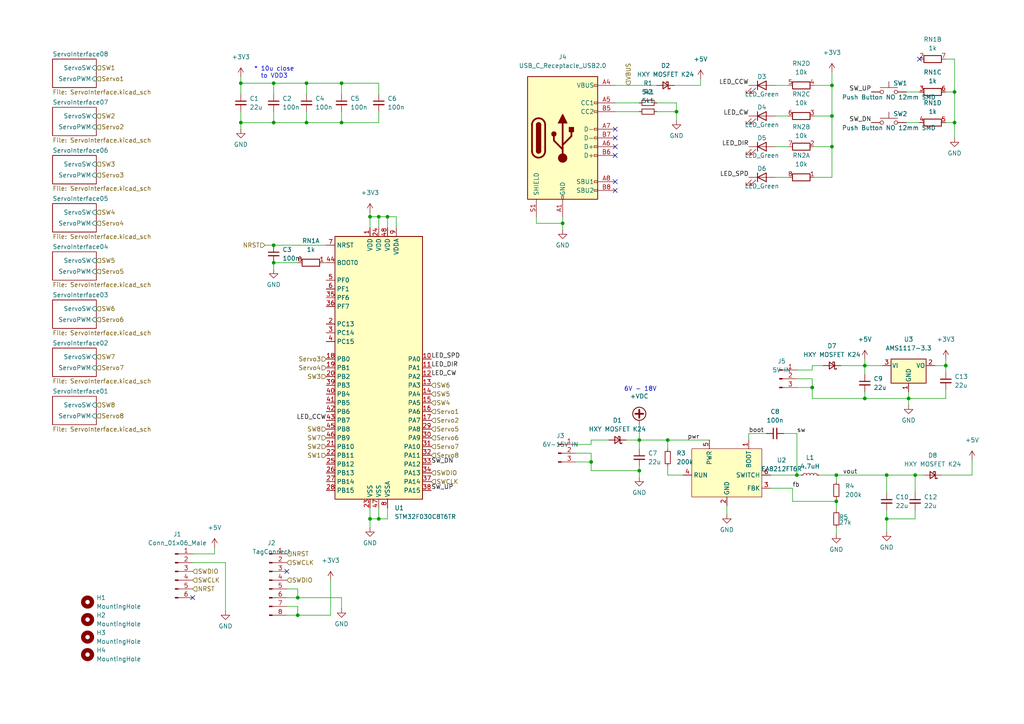
<source format=kicad_sch>
(kicad_sch (version 20211123) (generator eeschema)
  (paper "A4")
  (lib_symbols
    (symbol "Connector:Conn_01x03_Male" (pin_names (offset 1.016) hide)
      (property "Reference" "J" (at 0 5.08 0))
      (property "Value" "Conn_01x03_Male" (at 0 -5.08 0))
      (symbol "Conn_01x03_Male_1_1"
        (polyline (pts (xy 1.27 -2.54) (xy 0.8636 -2.54)) (stroke (width 0.1524)))
        (polyline (pts (xy 1.27 0) (xy 0.8636 0)) (stroke (width 0.1524)))
        (polyline (pts (xy 1.27 2.54) (xy 0.8636 2.54)) (stroke (width 0.1524)))
        (rectangle (start 0.8636 -2.413) (end 0 -2.667) (stroke (width 0.1524)) (fill (type outline)))
        (rectangle (start 0.8636 0.127) (end 0 -0.127) (stroke (width 0.1524)) (fill (type outline)))
        (rectangle (start 0.8636 2.667) (end 0 2.413) (stroke (width 0.1524)) (fill (type outline)))
        (pin passive line (at 5.08 2.54 180) (length 3.81) (name "Pin_1") (number "1"))
        (pin passive line (at 5.08 0 180) (length 3.81) (name "Pin_2") (number "2"))
        (pin passive line (at 5.08 -2.54 180) (length 3.81) (name "Pin_3") (number "3"))
      )
    )
    (symbol "Connector:Conn_01x06_Male" (pin_names (offset 1.016) hide)
      (property "Reference" "J" (at 0 7.62 0))
      (property "Value" "Conn_01x06_Male" (at 0 -10.16 0))
      (symbol "Conn_01x06_Male_1_1"
        (polyline (pts (xy 1.27 -7.62) (xy 0.8636 -7.62)) (stroke (width 0.1524)))
        (polyline (pts (xy 1.27 -5.08) (xy 0.8636 -5.08)) (stroke (width 0.1524)))
        (polyline (pts (xy 1.27 -2.54) (xy 0.8636 -2.54)) (stroke (width 0.1524)))
        (polyline (pts (xy 1.27 0) (xy 0.8636 0)) (stroke (width 0.1524)))
        (polyline (pts (xy 1.27 2.54) (xy 0.8636 2.54)) (stroke (width 0.1524)))
        (polyline (pts (xy 1.27 5.08) (xy 0.8636 5.08)) (stroke (width 0.1524)))
        (rectangle (start 0.8636 -7.493) (end 0 -7.747) (stroke (width 0.1524)) (fill (type outline)))
        (rectangle (start 0.8636 -4.953) (end 0 -5.207) (stroke (width 0.1524)) (fill (type outline)))
        (rectangle (start 0.8636 -2.413) (end 0 -2.667) (stroke (width 0.1524)) (fill (type outline)))
        (rectangle (start 0.8636 0.127) (end 0 -0.127) (stroke (width 0.1524)) (fill (type outline)))
        (rectangle (start 0.8636 2.667) (end 0 2.413) (stroke (width 0.1524)) (fill (type outline)))
        (rectangle (start 0.8636 5.207) (end 0 4.953) (stroke (width 0.1524)) (fill (type outline)))
        (pin passive line (at 5.08 5.08 180) (length 3.81) (name "Pin_1") (number "1"))
        (pin passive line (at 5.08 2.54 180) (length 3.81) (name "Pin_2") (number "2"))
        (pin passive line (at 5.08 0 180) (length 3.81) (name "Pin_3") (number "3"))
        (pin passive line (at 5.08 -2.54 180) (length 3.81) (name "Pin_4") (number "4"))
        (pin passive line (at 5.08 -5.08 180) (length 3.81) (name "Pin_5") (number "5"))
        (pin passive line (at 5.08 -7.62 180) (length 3.81) (name "Pin_6") (number "6"))
      )
    )
    (symbol "Connector:Conn_01x08_Male" (pin_names (offset 1.016) hide)
      (property "Reference" "J" (at 0 10.16 0))
      (property "Value" "Conn_01x08_Male" (at 0 -12.7 0))
      (symbol "Conn_01x08_Male_1_1"
        (polyline (pts (xy 1.27 -10.16) (xy 0.8636 -10.16)) (stroke (width 0.1524)))
        (polyline (pts (xy 1.27 -7.62) (xy 0.8636 -7.62)) (stroke (width 0.1524)))
        (polyline (pts (xy 1.27 -5.08) (xy 0.8636 -5.08)) (stroke (width 0.1524)))
        (polyline (pts (xy 1.27 -2.54) (xy 0.8636 -2.54)) (stroke (width 0.1524)))
        (polyline (pts (xy 1.27 0) (xy 0.8636 0)) (stroke (width 0.1524)))
        (polyline (pts (xy 1.27 2.54) (xy 0.8636 2.54)) (stroke (width 0.1524)))
        (polyline (pts (xy 1.27 5.08) (xy 0.8636 5.08)) (stroke (width 0.1524)))
        (polyline (pts (xy 1.27 7.62) (xy 0.8636 7.62)) (stroke (width 0.1524)))
        (rectangle (start 0.8636 -10.033) (end 0 -10.287) (stroke (width 0.1524)) (fill (type outline)))
        (rectangle (start 0.8636 -7.493) (end 0 -7.747) (stroke (width 0.1524)) (fill (type outline)))
        (rectangle (start 0.8636 -4.953) (end 0 -5.207) (stroke (width 0.1524)) (fill (type outline)))
        (rectangle (start 0.8636 -2.413) (end 0 -2.667) (stroke (width 0.1524)) (fill (type outline)))
        (rectangle (start 0.8636 0.127) (end 0 -0.127) (stroke (width 0.1524)) (fill (type outline)))
        (rectangle (start 0.8636 2.667) (end 0 2.413) (stroke (width 0.1524)) (fill (type outline)))
        (rectangle (start 0.8636 5.207) (end 0 4.953) (stroke (width 0.1524)) (fill (type outline)))
        (rectangle (start 0.8636 7.747) (end 0 7.493) (stroke (width 0.1524)) (fill (type outline)))
        (pin passive line (at 5.08 7.62 180) (length 3.81) (name "Pin_1") (number "1"))
        (pin passive line (at 5.08 5.08 180) (length 3.81) (name "Pin_2") (number "2"))
        (pin passive line (at 5.08 2.54 180) (length 3.81) (name "Pin_3") (number "3"))
        (pin passive line (at 5.08 0 180) (length 3.81) (name "Pin_4") (number "4"))
        (pin passive line (at 5.08 -2.54 180) (length 3.81) (name "Pin_5") (number "5"))
        (pin passive line (at 5.08 -5.08 180) (length 3.81) (name "Pin_6") (number "6"))
        (pin passive line (at 5.08 -7.62 180) (length 3.81) (name "Pin_7") (number "7"))
        (pin passive line (at 5.08 -10.16 180) (length 3.81) (name "Pin_8") (number "8"))
      )
    )
    (symbol "Connector:USB_C_Receptacle_USB2.0" (pin_names (offset 1.016))
      (property "Reference" "J" (at -10.16 19.05 0))
      (property "Value" "USB_C_Receptacle_USB2.0" (at 19.05 19.05 0))
      (symbol "USB_C_Receptacle_USB2.0_0_0"
        (rectangle (start -0.254 -17.78) (end 0.254 -16.764))
        (rectangle (start 10.16 -14.986) (end 9.144 -15.494))
        (rectangle (start 10.16 -12.446) (end 9.144 -12.954))
        (rectangle (start 10.16 -4.826) (end 9.144 -5.334))
        (rectangle (start 10.16 -2.286) (end 9.144 -2.794))
        (rectangle (start 10.16 0.254) (end 9.144 -0.254))
        (rectangle (start 10.16 2.794) (end 9.144 2.286))
        (rectangle (start 10.16 7.874) (end 9.144 7.366))
        (rectangle (start 10.16 10.414) (end 9.144 9.906))
        (rectangle (start 10.16 15.494) (end 9.144 14.986))
      )
      (symbol "USB_C_Receptacle_USB2.0_0_1"
        (rectangle (start -10.16 17.78) (end 10.16 -17.78) (stroke (width 0.254)) (fill (type background)))
        (arc (start -8.89 -3.81) (mid -6.985 -5.715) (end -5.08 -3.81) (stroke (width 0.508)))
        (arc (start -7.62 -3.81) (mid -6.985 -4.445) (end -6.35 -3.81) (stroke (width 0.254)))
        (arc (start -7.62 -3.81) (mid -6.985 -4.445) (end -6.35 -3.81) (stroke (width 0.254)) (fill (type outline)))
        (rectangle (start -7.62 -3.81) (end -6.35 3.81) (stroke (width 0.254)) (fill (type outline)))
        (arc (start -6.35 3.81) (mid -6.985 4.445) (end -7.62 3.81) (stroke (width 0.254)))
        (arc (start -6.35 3.81) (mid -6.985 4.445) (end -7.62 3.81) (stroke (width 0.254)) (fill (type outline)))
        (arc (start -5.08 3.81) (mid -6.985 5.715) (end -8.89 3.81) (stroke (width 0.508)))
        (circle (center -2.54 1.143) (radius 0.635) (stroke (width 0.254)) (fill (type outline)))
        (circle (center 0 -5.842) (radius 1.27) (fill (type outline)))
        (polyline (pts (xy -8.89 -3.81) (xy -8.89 3.81)) (stroke (width 0.508)))
        (polyline (pts (xy -5.08 3.81) (xy -5.08 -3.81)) (stroke (width 0.508)))
        (polyline (pts (xy 0 -5.842) (xy 0 4.318)) (stroke (width 0.508)))
        (polyline (pts (xy 0 -3.302) (xy -2.54 -0.762) (xy -2.54 0.508)) (stroke (width 0.508)))
        (polyline (pts (xy 0 -2.032) (xy 2.54 0.508) (xy 2.54 1.778)) (stroke (width 0.508)))
        (polyline (pts (xy -1.27 4.318) (xy 0 6.858) (xy 1.27 4.318) (xy -1.27 4.318)) (stroke (width 0.254)) (fill (type outline)))
        (rectangle (start 1.905 1.778) (end 3.175 3.048) (stroke (width 0.254)) (fill (type outline)))
      )
      (symbol "USB_C_Receptacle_USB2.0_1_1"
        (pin passive line (at 0 -22.86 90) (length 5.08) (name "GND") (number "A1"))
        (pin passive line (at 0 -22.86 90) (length 5.08) hide (name "GND") (number "A12"))
        (pin passive line (at 15.24 15.24 180) (length 5.08) (name "VBUS") (number "A4"))
        (pin bidirectional line (at 15.24 10.16 180) (length 5.08) (name "CC1") (number "A5"))
        (pin bidirectional line (at 15.24 -2.54 180) (length 5.08) (name "D+") (number "A6"))
        (pin bidirectional line (at 15.24 2.54 180) (length 5.08) (name "D-") (number "A7"))
        (pin bidirectional line (at 15.24 -12.7 180) (length 5.08) (name "SBU1") (number "A8"))
        (pin passive line (at 15.24 15.24 180) (length 5.08) hide (name "VBUS") (number "A9"))
        (pin passive line (at 0 -22.86 90) (length 5.08) hide (name "GND") (number "B1"))
        (pin passive line (at 0 -22.86 90) (length 5.08) hide (name "GND") (number "B12"))
        (pin passive line (at 15.24 15.24 180) (length 5.08) hide (name "VBUS") (number "B4"))
        (pin bidirectional line (at 15.24 7.62 180) (length 5.08) (name "CC2") (number "B5"))
        (pin bidirectional line (at 15.24 -5.08 180) (length 5.08) (name "D+") (number "B6"))
        (pin bidirectional line (at 15.24 0 180) (length 5.08) (name "D-") (number "B7"))
        (pin bidirectional line (at 15.24 -15.24 180) (length 5.08) (name "SBU2") (number "B8"))
        (pin passive line (at 15.24 15.24 180) (length 5.08) hide (name "VBUS") (number "B9"))
        (pin passive line (at -7.62 -22.86 90) (length 5.08) (name "SHIELD") (number "S1"))
      )
    )
    (symbol "Device:C_Small" (pin_numbers hide) (pin_names (offset 0.254) hide)
      (property "Reference" "C" (at 0.254 1.778 0))
      (property "Value" "C_Small" (at 0.254 -2.032 0))
      (symbol "C_Small_0_1"
        (polyline (pts (xy -1.524 -0.508) (xy 1.524 -0.508)) (stroke (width 0.3302)))
        (polyline (pts (xy -1.524 0.508) (xy 1.524 0.508)) (stroke (width 0.3048)))
      )
      (symbol "C_Small_1_1"
        (pin passive line (at 0 2.54 270) (length 2.032) (name "~") (number "1"))
        (pin passive line (at 0 -2.54 90) (length 2.032) (name "~") (number "2"))
      )
    )
    (symbol "Device:D_Schottky_Small" (pin_numbers hide) (pin_names (offset 0.254) hide)
      (property "Reference" "D" (at -1.27 2.032 0))
      (property "Value" "D_Schottky_Small" (at -7.112 -2.032 0))
      (symbol "D_Schottky_Small_0_1"
        (polyline (pts (xy -0.762 0) (xy 0.762 0)))
        (polyline (pts (xy 0.762 -1.016) (xy -0.762 0) (xy 0.762 1.016) (xy 0.762 -1.016)) (stroke (width 0.254)))
        (polyline (pts (xy -1.27 0.762) (xy -1.27 1.016) (xy -0.762 1.016) (xy -0.762 -1.016) (xy -0.254 -1.016) (xy -0.254 -0.762)) (stroke (width 0.254)))
      )
      (symbol "D_Schottky_Small_1_1"
        (pin passive line (at -2.54 0 0) (length 1.778) (name "K") (number "1"))
        (pin passive line (at 2.54 0 180) (length 1.778) (name "A") (number "2"))
      )
    )
    (symbol "Device:LED" (pin_numbers hide) (pin_names (offset 1.016) hide)
      (property "Reference" "D" (at 0 2.54 0))
      (property "Value" "LED" (at 0 -2.54 0))
      (symbol "LED_0_1"
        (polyline (pts (xy -1.27 -1.27) (xy -1.27 1.27)) (stroke (width 0.254)))
        (polyline (pts (xy -1.27 0) (xy 1.27 0)))
        (polyline (pts (xy 1.27 -1.27) (xy 1.27 1.27) (xy -1.27 0) (xy 1.27 -1.27)) (stroke (width 0.254)))
        (polyline (pts (xy -3.048 -0.762) (xy -4.572 -2.286) (xy -3.81 -2.286) (xy -4.572 -2.286) (xy -4.572 -1.524)))
        (polyline (pts (xy -1.778 -0.762) (xy -3.302 -2.286) (xy -2.54 -2.286) (xy -3.302 -2.286) (xy -3.302 -1.524)))
      )
      (symbol "LED_1_1"
        (pin passive line (at -3.81 0 0) (length 2.54) (name "K") (number "1"))
        (pin passive line (at 3.81 0 180) (length 2.54) (name "A") (number "2"))
      )
    )
    (symbol "Device:L_Small" (pin_numbers hide) (pin_names (offset 0.254) hide)
      (property "Reference" "L" (at 0.762 1.016 0))
      (property "Value" "L_Small" (at 0.762 -1.016 0))
      (symbol "L_Small_0_1"
        (arc (start 0 -2.032) (mid 0.508 -1.524) (end 0 -1.016))
        (arc (start 0 -1.016) (mid 0.508 -0.508) (end 0 0))
        (arc (start 0 0) (mid 0.508 0.508) (end 0 1.016))
        (arc (start 0 1.016) (mid 0.508 1.524) (end 0 2.032))
      )
      (symbol "L_Small_1_1"
        (pin passive line (at 0 2.54 270) (length 0.508) (name "~") (number "1"))
        (pin passive line (at 0 -2.54 90) (length 0.508) (name "~") (number "2"))
      )
    )
    (symbol "Device:R_Pack04_Split" (pin_names (offset 0) hide)
      (property "Reference" "RN" (at 2.032 0 90))
      (property "Value" "R_Pack04_Split" (at 0 0 90))
      (symbol "R_Pack04_Split_0_1"
        (rectangle (start 1.016 2.54) (end -1.016 -2.54) (stroke (width 0.254)))
      )
      (symbol "R_Pack04_Split_1_1"
        (pin passive line (at 0 -3.81 90) (length 1.27) (name "R1.1") (number "1"))
        (pin passive line (at 0 3.81 270) (length 1.27) (name "R1.2") (number "8"))
      )
      (symbol "R_Pack04_Split_2_1"
        (pin passive line (at 0 -3.81 90) (length 1.27) (name "R2.1") (number "2"))
        (pin passive line (at 0 3.81 270) (length 1.27) (name "R2.2") (number "7"))
      )
      (symbol "R_Pack04_Split_3_1"
        (pin passive line (at 0 -3.81 90) (length 1.27) (name "R3.1") (number "3"))
        (pin passive line (at 0 3.81 270) (length 1.27) (name "R3.2") (number "6"))
      )
      (symbol "R_Pack04_Split_4_1"
        (pin passive line (at 0 -3.81 90) (length 1.27) (name "R4.1") (number "4"))
        (pin passive line (at 0 3.81 270) (length 1.27) (name "R4.2") (number "5"))
      )
    )
    (symbol "Device:R_Small" (pin_numbers hide) (pin_names (offset 0.254) hide)
      (property "Reference" "R" (at 0.762 0.508 0))
      (property "Value" "R_Small" (at 0.762 -1.016 0))
      (symbol "R_Small_0_1"
        (rectangle (start -0.762 1.778) (end 0.762 -1.778) (stroke (width 0.2032)))
      )
      (symbol "R_Small_1_1"
        (pin passive line (at 0 2.54 270) (length 0.762) (name "~") (number "1"))
        (pin passive line (at 0 -2.54 90) (length 0.762) (name "~") (number "2"))
      )
    )
    (symbol "MCU_ST_STM32F0:STM32F030C8Tx"
      (property "Reference" "U" (at -12.7 39.37 0))
      (property "Value" "STM32F030C8Tx" (at 7.62 39.37 0))
      (symbol "STM32F030C8Tx_0_1"
        (rectangle (start -12.7 -38.1) (end 12.7 38.1) (stroke (width 0.254)) (fill (type background)))
      )
      (symbol "STM32F030C8Tx_1_1"
        (pin power_in line (at -2.54 40.64 270) (length 2.54) (name "VDD") (number "1"))
        (pin bidirectional line (at 15.24 2.54 180) (length 2.54) (name "PA0") (number "10"))
        (pin bidirectional line (at 15.24 0 180) (length 2.54) (name "PA1") (number "11"))
        (pin bidirectional line (at 15.24 -2.54 180) (length 2.54) (name "PA2") (number "12"))
        (pin bidirectional line (at 15.24 -5.08 180) (length 2.54) (name "PA3") (number "13"))
        (pin bidirectional line (at 15.24 -7.62 180) (length 2.54) (name "PA4") (number "14"))
        (pin bidirectional line (at 15.24 -10.16 180) (length 2.54) (name "PA5") (number "15"))
        (pin bidirectional line (at 15.24 -12.7 180) (length 2.54) (name "PA6") (number "16"))
        (pin bidirectional line (at 15.24 -15.24 180) (length 2.54) (name "PA7") (number "17"))
        (pin bidirectional line (at -15.24 2.54 0) (length 2.54) (name "PB0") (number "18"))
        (pin bidirectional line (at -15.24 0 0) (length 2.54) (name "PB1") (number "19"))
        (pin bidirectional line (at -15.24 12.7 0) (length 2.54) (name "PC13") (number "2"))
        (pin bidirectional line (at -15.24 -2.54 0) (length 2.54) (name "PB2") (number "20"))
        (pin bidirectional line (at -15.24 -22.86 0) (length 2.54) (name "PB10") (number "21"))
        (pin bidirectional line (at -15.24 -25.4 0) (length 2.54) (name "PB11") (number "22"))
        (pin power_in line (at -2.54 -40.64 90) (length 2.54) (name "VSS") (number "23"))
        (pin power_in line (at 0 40.64 270) (length 2.54) (name "VDD") (number "24"))
        (pin bidirectional line (at -15.24 -27.94 0) (length 2.54) (name "PB12") (number "25"))
        (pin bidirectional line (at -15.24 -30.48 0) (length 2.54) (name "PB13") (number "26"))
        (pin bidirectional line (at -15.24 -33.02 0) (length 2.54) (name "PB14") (number "27"))
        (pin bidirectional line (at -15.24 -35.56 0) (length 2.54) (name "PB15") (number "28"))
        (pin bidirectional line (at 15.24 -17.78 180) (length 2.54) (name "PA8") (number "29"))
        (pin bidirectional line (at -15.24 10.16 0) (length 2.54) (name "PC14") (number "3"))
        (pin bidirectional line (at 15.24 -20.32 180) (length 2.54) (name "PA9") (number "30"))
        (pin bidirectional line (at 15.24 -22.86 180) (length 2.54) (name "PA10") (number "31"))
        (pin bidirectional line (at 15.24 -25.4 180) (length 2.54) (name "PA11") (number "32"))
        (pin bidirectional line (at 15.24 -27.94 180) (length 2.54) (name "PA12") (number "33"))
        (pin bidirectional line (at 15.24 -30.48 180) (length 2.54) (name "PA13") (number "34"))
        (pin bidirectional line (at -15.24 20.32 0) (length 2.54) (name "PF6") (number "35"))
        (pin bidirectional line (at -15.24 17.78 0) (length 2.54) (name "PF7") (number "36"))
        (pin bidirectional line (at 15.24 -33.02 180) (length 2.54) (name "PA14") (number "37"))
        (pin bidirectional line (at 15.24 -35.56 180) (length 2.54) (name "PA15") (number "38"))
        (pin bidirectional line (at -15.24 -5.08 0) (length 2.54) (name "PB3") (number "39"))
        (pin bidirectional line (at -15.24 7.62 0) (length 2.54) (name "PC15") (number "4"))
        (pin bidirectional line (at -15.24 -7.62 0) (length 2.54) (name "PB4") (number "40"))
        (pin bidirectional line (at -15.24 -10.16 0) (length 2.54) (name "PB5") (number "41"))
        (pin bidirectional line (at -15.24 -12.7 0) (length 2.54) (name "PB6") (number "42"))
        (pin bidirectional line (at -15.24 -15.24 0) (length 2.54) (name "PB7") (number "43"))
        (pin input line (at -15.24 30.48 0) (length 2.54) (name "BOOT0") (number "44"))
        (pin bidirectional line (at -15.24 -17.78 0) (length 2.54) (name "PB8") (number "45"))
        (pin bidirectional line (at -15.24 -20.32 0) (length 2.54) (name "PB9") (number "46"))
        (pin power_in line (at 0 -40.64 90) (length 2.54) (name "VSS") (number "47"))
        (pin power_in line (at 2.54 40.64 270) (length 2.54) (name "VDD") (number "48"))
        (pin input line (at -15.24 25.4 0) (length 2.54) (name "PF0") (number "5"))
        (pin input line (at -15.24 22.86 0) (length 2.54) (name "PF1") (number "6"))
        (pin input line (at -15.24 35.56 0) (length 2.54) (name "NRST") (number "7"))
        (pin power_in line (at 2.54 -40.64 90) (length 2.54) (name "VSSA") (number "8"))
        (pin power_in line (at 5.08 40.64 270) (length 2.54) (name "VDDA") (number "9"))
      )
    )
    (symbol "Mechanical:MountingHole" (pin_names (offset 1.016))
      (property "Reference" "H" (at 0 5.08 0))
      (property "Value" "MountingHole" (at 0 3.175 0))
      (symbol "MountingHole_0_1"
        (circle (center 0 0) (radius 1.27) (stroke (width 1.27)))
      )
    )
    (symbol "Regulator_Linear:AMS1117-3.3" (pin_names (offset 0.254))
      (property "Reference" "U" (at -3.81 3.175 0))
      (property "Value" "AMS1117-3.3" (at 0 3.175 0))
      (symbol "AMS1117-3.3_0_1"
        (rectangle (start -5.08 -5.08) (end 5.08 1.905) (stroke (width 0.254)) (fill (type background)))
      )
      (symbol "AMS1117-3.3_1_1"
        (pin power_in line (at 0 -7.62 90) (length 2.54) (name "GND") (number "1"))
        (pin power_out line (at 7.62 0 180) (length 2.54) (name "VO") (number "2"))
        (pin power_in line (at -7.62 0 0) (length 2.54) (name "VI") (number "3"))
      )
    )
    (symbol "Switch:SW_Push" (pin_numbers hide) (pin_names (offset 1.016) hide)
      (property "Reference" "SW" (at 1.27 2.54 0))
      (property "Value" "SW_Push" (at 0 -1.524 0))
      (symbol "SW_Push_0_1"
        (circle (center -2.032 0) (radius 0.508))
        (polyline (pts (xy 0 1.27) (xy 0 3.048)))
        (polyline (pts (xy 2.54 1.27) (xy -2.54 1.27)))
        (circle (center 2.032 0) (radius 0.508))
        (pin passive line (at -5.08 0 0) (length 2.54) (name "1") (number "1"))
        (pin passive line (at 5.08 0 180) (length 2.54) (name "2") (number "2"))
      )
    )
    (symbol "ant:EA8212F"
      (property "Reference" "U" (at 0 5.08 0))
      (property "Value" "EA8212F" (at 0 2.54 0))
      (symbol "EA8212F_0_1"
        (rectangle (start -10.16 7.62) (end 10.16 -6.35) (fill (type background)))
      )
      (symbol "EA8212F_1_1"
        (pin bidirectional line (at 6.35 10.16 270) (length 2.54) (name "BOOT") (number "1"))
        (pin power_in line (at 0 -8.89 90) (length 2.54) (name "GND") (number "2"))
        (pin input line (at 12.7 -3.81 180) (length 2.54) (name "FBK") (number "3"))
        (pin input line (at -12.7 0 0) (length 2.54) (name "RUN") (number "4"))
        (pin power_in line (at -5.08 10.16 270) (length 2.54) (name "PWR") (number "5"))
        (pin power_out line (at 12.7 0 180) (length 2.54) (name "SWITCH") (number "6"))
      )
    )
    (symbol "power:+3V3" (power) (pin_names (offset 0))
      (property "Value" "+3V3" (at 0 3.556 0))
      (symbol "+3V3_0_1"
        (polyline (pts (xy -0.762 1.27) (xy 0 2.54)))
        (polyline (pts (xy 0 0) (xy 0 2.54)))
        (polyline (pts (xy 0 2.54) (xy 0.762 1.27)))
      )
      (symbol "+3V3_1_1"
        (pin power_in line (at 0 0 90) (length 0) hide (name "+3V3") (number "1"))
      )
    )
    (symbol "power:+5V" (power) (pin_names (offset 0))
      (property "Value" "+5V" (at 0 3.556 0))
      (symbol "+5V_0_1"
        (polyline (pts (xy -0.762 1.27) (xy 0 2.54)))
        (polyline (pts (xy 0 0) (xy 0 2.54)))
        (polyline (pts (xy 0 2.54) (xy 0.762 1.27)))
      )
      (symbol "+5V_1_1"
        (pin power_in line (at 0 0 90) (length 0) hide (name "+5V") (number "1"))
      )
    )
    (symbol "power:+VDC" (power) (pin_names (offset 0))
      (property "Value" "+VDC" (at 0 6.35 0))
      (symbol "+VDC_0_1"
        (polyline (pts (xy -1.143 3.175) (xy 1.143 3.175)) (stroke (width 0.508)))
        (polyline (pts (xy 0 0) (xy 0 1.27)))
        (polyline (pts (xy 0 2.032) (xy 0 4.318)) (stroke (width 0.508)))
        (circle (center 0 3.175) (radius 1.905) (stroke (width 0.254)))
      )
      (symbol "+VDC_1_1"
        (pin power_in line (at 0 0 90) (length 0) hide (name "+VDC") (number "1"))
      )
    )
    (symbol "power:GND" (power) (pin_names (offset 0))
      (property "Value" "GND" (at 0 -3.81 0))
      (symbol "GND_0_1"
        (polyline (pts (xy 0 0) (xy 0 -1.27) (xy 1.27 -1.27) (xy 0 -2.54) (xy -1.27 -1.27) (xy 0 -1.27)))
      )
      (symbol "GND_1_1"
        (pin power_in line (at 0 0 270) (length 0) hide (name "GND") (number "1"))
      )
    )
  )
  (junction (at 171.45 133.985))
  (junction (at 241.3 42.545))
  (junction (at 242.57 137.795))
  (junction (at 257.175 137.795))
  (junction (at 163.195 64.77))
  (junction (at 274.32 106.045))
  (junction (at 196.215 32.385))
  (junction (at 250.825 115.57))
  (junction (at 242.57 145.415))
  (junction (at 257.175 150.495))
  (junction (at 86.36 173.355))
  (junction (at 88.9 35.56))
  (junction (at 185.42 136.525))
  (junction (at 193.675 127.635))
  (junction (at 79.375 24.13))
  (junction (at 185.42 127.635))
  (junction (at 109.855 62.865))
  (junction (at 86.36 178.435))
  (junction (at 69.85 24.13))
  (junction (at 112.395 62.865))
  (junction (at 79.375 76.2))
  (junction (at 107.315 150.495))
  (junction (at 276.86 35.56))
  (junction (at 88.9 24.13))
  (junction (at 265.43 137.795))
  (junction (at 241.3 24.765))
  (junction (at 109.855 150.495))
  (junction (at 276.86 26.67))
  (junction (at 107.315 62.865))
  (junction (at 99.06 35.56))
  (junction (at 250.825 106.045))
  (junction (at 79.375 71.12))
  (junction (at 69.85 35.56))
  (junction (at 235.585 112.395))
  (junction (at 99.06 24.13))
  (junction (at 231.14 137.795))
  (junction (at 79.375 35.56))
  (junction (at 241.3 33.655))
  (junction (at 263.525 115.57))
  (no_connect (at 83.185 165.735))
  (no_connect (at 55.88 173.355))
  (no_connect (at 178.435 37.465))
  (no_connect (at 178.435 40.005))
  (no_connect (at 178.435 42.545))
  (no_connect (at 178.435 45.085))
  (no_connect (at 178.435 52.705))
  (no_connect (at 178.435 55.245))
  (no_connect (at 266.7 17.145))
  (wire (pts (xy 274.32 26.67) (xy 276.86 26.67)))
  (wire (pts (xy 229.87 141.605) (xy 229.87 145.415)))
  (wire (pts (xy 112.395 150.495) (xy 112.395 147.32)))
  (wire (pts (xy 217.17 125.73) (xy 222.25 125.73)))
  (wire (pts (xy 231.14 112.395) (xy 235.585 112.395)))
  (wire (pts (xy 99.06 173.355) (xy 99.06 176.53)))
  (wire (pts (xy 241.3 24.765) (xy 241.3 33.655)))
  (wire (pts (xy 241.3 33.655) (xy 241.3 42.545)))
  (wire (pts (xy 79.375 35.56) (xy 88.9 35.56)))
  (wire (pts (xy 109.855 62.865) (xy 107.315 62.865)))
  (wire (pts (xy 83.185 178.435) (xy 86.36 178.435)))
  (wire (pts (xy 273.05 137.795) (xy 281.94 137.795)))
  (wire (pts (xy 79.375 24.13) (xy 79.375 27.305)))
  (wire (pts (xy 281.94 137.795) (xy 281.94 133.35)))
  (wire (pts (xy 107.315 61.595) (xy 107.315 62.865)))
  (wire (pts (xy 250.825 115.57) (xy 263.525 115.57)))
  (wire (pts (xy 88.9 24.13) (xy 99.06 24.13)))
  (wire (pts (xy 95.885 168.275) (xy 95.885 178.435)))
  (wire (pts (xy 196.215 34.925) (xy 196.215 32.385)))
  (wire (pts (xy 229.87 145.415) (xy 242.57 145.415)))
  (wire (pts (xy 86.36 175.895) (xy 86.36 178.435)))
  (wire (pts (xy 155.575 64.77) (xy 163.195 64.77)))
  (wire (pts (xy 62.23 160.655) (xy 62.23 158.75)))
  (wire (pts (xy 231.14 107.315) (xy 235.585 107.315)))
  (wire (pts (xy 185.42 136.525) (xy 185.42 138.43)))
  (wire (pts (xy 99.06 32.385) (xy 99.06 35.56)))
  (wire (pts (xy 193.675 127.635) (xy 205.74 127.635)))
  (wire (pts (xy 236.22 24.765) (xy 241.3 24.765)))
  (wire (pts (xy 265.43 150.495) (xy 257.175 150.495)))
  (wire (pts (xy 55.88 163.195) (xy 65.405 163.195)))
  (wire (pts (xy 79.375 32.385) (xy 79.375 35.56)))
  (wire (pts (xy 109.855 150.495) (xy 112.395 150.495)))
  (wire (pts (xy 242.57 137.795) (xy 242.57 139.7)))
  (wire (pts (xy 243.84 106.045) (xy 250.825 106.045)))
  (wire (pts (xy 223.52 137.795) (xy 231.14 137.795)))
  (wire (pts (xy 210.82 146.685) (xy 210.82 149.225)))
  (wire (pts (xy 223.52 141.605) (xy 229.87 141.605)))
  (wire (pts (xy 181.61 127.635) (xy 185.42 127.635)))
  (wire (pts (xy 114.935 66.04) (xy 114.935 62.865)))
  (wire (pts (xy 178.435 32.385) (xy 185.42 32.385)))
  (wire (pts (xy 236.22 51.435) (xy 241.3 51.435)))
  (wire (pts (xy 235.585 112.395) (xy 235.585 115.57)))
  (wire (pts (xy 114.935 62.865) (xy 112.395 62.865)))
  (wire (pts (xy 171.45 128.905) (xy 171.45 127.635)))
  (wire (pts (xy 99.06 24.13) (xy 109.855 24.13)))
  (wire (pts (xy 171.45 127.635) (xy 176.53 127.635)))
  (wire (pts (xy 107.315 62.865) (xy 107.315 66.04)))
  (wire (pts (xy 109.855 24.13) (xy 109.855 27.305)))
  (wire (pts (xy 185.42 135.255) (xy 185.42 136.525)))
  (wire (pts (xy 265.43 137.795) (xy 267.97 137.795)))
  (wire (pts (xy 250.825 106.045) (xy 250.825 104.14)))
  (wire (pts (xy 262.89 26.67) (xy 266.7 26.67)))
  (wire (pts (xy 86.36 178.435) (xy 95.885 178.435)))
  (wire (pts (xy 93.98 76.2) (xy 94.615 76.2)))
  (wire (pts (xy 107.315 150.495) (xy 109.855 150.495)))
  (wire (pts (xy 203.2 22.86) (xy 203.2 24.765)))
  (wire (pts (xy 69.85 24.13) (xy 79.375 24.13)))
  (wire (pts (xy 263.525 115.57) (xy 274.32 115.57)))
  (wire (pts (xy 99.06 35.56) (xy 109.855 35.56)))
  (wire (pts (xy 69.85 35.56) (xy 79.375 35.56)))
  (wire (pts (xy 196.215 32.385) (xy 196.215 29.845)))
  (wire (pts (xy 263.525 115.57) (xy 263.525 117.475)))
  (wire (pts (xy 227.33 125.73) (xy 231.14 125.73)))
  (wire (pts (xy 235.585 115.57) (xy 250.825 115.57)))
  (wire (pts (xy 193.675 127.635) (xy 193.675 130.175)))
  (wire (pts (xy 276.86 35.56) (xy 276.86 40.005)))
  (wire (pts (xy 163.195 64.77) (xy 163.195 66.675)))
  (wire (pts (xy 155.575 62.865) (xy 155.575 64.77)))
  (wire (pts (xy 265.43 147.955) (xy 265.43 150.495)))
  (wire (pts (xy 196.215 29.845) (xy 190.5 29.845)))
  (wire (pts (xy 190.5 32.385) (xy 196.215 32.385)))
  (wire (pts (xy 263.525 113.665) (xy 263.525 115.57)))
  (wire (pts (xy 88.9 35.56) (xy 99.06 35.56)))
  (wire (pts (xy 274.32 106.045) (xy 274.32 107.95)))
  (wire (pts (xy 86.36 173.355) (xy 99.06 173.355)))
  (wire (pts (xy 171.45 133.985) (xy 171.45 136.525)))
  (wire (pts (xy 163.195 62.865) (xy 163.195 64.77)))
  (wire (pts (xy 83.185 170.815) (xy 86.36 170.815)))
  (wire (pts (xy 224.79 24.765) (xy 228.6 24.765)))
  (wire (pts (xy 250.825 113.665) (xy 250.825 115.57)))
  (wire (pts (xy 274.32 17.145) (xy 276.86 17.145)))
  (wire (pts (xy 171.45 131.445) (xy 171.45 133.985)))
  (wire (pts (xy 265.43 137.795) (xy 257.175 137.795)))
  (wire (pts (xy 217.17 127.635) (xy 217.17 125.73)))
  (wire (pts (xy 242.57 144.78) (xy 242.57 145.415)))
  (wire (pts (xy 241.3 20.955) (xy 241.3 24.765)))
  (wire (pts (xy 238.76 106.045) (xy 235.585 106.045)))
  (wire (pts (xy 231.14 125.73) (xy 231.14 137.795)))
  (wire (pts (xy 178.435 24.765) (xy 190.5 24.765)))
  (wire (pts (xy 274.32 113.03) (xy 274.32 115.57)))
  (wire (pts (xy 185.42 127.635) (xy 193.675 127.635)))
  (wire (pts (xy 276.86 35.56) (xy 276.86 26.67)))
  (wire (pts (xy 69.85 37.465) (xy 69.85 35.56)))
  (wire (pts (xy 69.85 24.13) (xy 69.85 27.305)))
  (wire (pts (xy 193.675 135.255) (xy 193.675 137.795)))
  (wire (pts (xy 185.42 127.635) (xy 185.42 130.175)))
  (wire (pts (xy 167.005 128.905) (xy 171.45 128.905)))
  (wire (pts (xy 79.375 71.12) (xy 94.615 71.12)))
  (wire (pts (xy 79.375 76.2) (xy 86.36 76.2)))
  (wire (pts (xy 224.79 51.435) (xy 228.6 51.435)))
  (wire (pts (xy 235.585 109.855) (xy 231.14 109.855)))
  (wire (pts (xy 178.435 29.845) (xy 185.42 29.845)))
  (wire (pts (xy 107.315 153.035) (xy 107.315 150.495)))
  (wire (pts (xy 88.9 24.13) (xy 88.9 27.305)))
  (wire (pts (xy 109.855 147.32) (xy 109.855 150.495)))
  (wire (pts (xy 193.675 137.795) (xy 198.12 137.795)))
  (wire (pts (xy 171.45 136.525) (xy 185.42 136.525)))
  (wire (pts (xy 250.825 106.045) (xy 255.905 106.045)))
  (wire (pts (xy 236.22 33.655) (xy 241.3 33.655)))
  (wire (pts (xy 224.79 42.545) (xy 228.6 42.545)))
  (wire (pts (xy 250.825 108.585) (xy 250.825 106.045)))
  (wire (pts (xy 185.42 123.19) (xy 185.42 127.635)))
  (wire (pts (xy 65.405 163.195) (xy 65.405 177.165)))
  (wire (pts (xy 79.375 76.2) (xy 79.375 78.105)))
  (wire (pts (xy 83.185 173.355) (xy 86.36 173.355)))
  (wire (pts (xy 76.835 71.12) (xy 79.375 71.12)))
  (wire (pts (xy 203.2 24.765) (xy 195.58 24.765)))
  (wire (pts (xy 257.175 150.495) (xy 257.175 154.305)))
  (wire (pts (xy 241.3 51.435) (xy 241.3 42.545)))
  (wire (pts (xy 242.57 153.035) (xy 242.57 154.94)))
  (wire (pts (xy 274.32 104.14) (xy 274.32 106.045)))
  (wire (pts (xy 86.36 170.815) (xy 86.36 173.355)))
  (wire (pts (xy 112.395 62.865) (xy 109.855 62.865)))
  (wire (pts (xy 88.9 32.385) (xy 88.9 35.56)))
  (wire (pts (xy 242.57 145.415) (xy 242.57 147.955)))
  (wire (pts (xy 69.85 32.385) (xy 69.85 35.56)))
  (wire (pts (xy 167.005 133.985) (xy 171.45 133.985)))
  (wire (pts (xy 107.315 147.32) (xy 107.315 150.495)))
  (wire (pts (xy 257.175 137.795) (xy 242.57 137.795)))
  (wire (pts (xy 69.85 22.225) (xy 69.85 24.13)))
  (wire (pts (xy 224.79 33.655) (xy 228.6 33.655)))
  (wire (pts (xy 231.14 137.795) (xy 232.41 137.795)))
  (wire (pts (xy 109.855 35.56) (xy 109.855 32.385)))
  (wire (pts (xy 274.32 35.56) (xy 276.86 35.56)))
  (wire (pts (xy 266.7 35.56) (xy 262.89 35.56)))
  (wire (pts (xy 265.43 142.875) (xy 265.43 137.795)))
  (wire (pts (xy 257.175 142.875) (xy 257.175 137.795)))
  (wire (pts (xy 109.855 62.865) (xy 109.855 66.04)))
  (wire (pts (xy 271.145 106.045) (xy 274.32 106.045)))
  (wire (pts (xy 167.005 131.445) (xy 171.45 131.445)))
  (wire (pts (xy 257.175 147.955) (xy 257.175 150.495)))
  (wire (pts (xy 236.22 42.545) (xy 241.3 42.545)))
  (wire (pts (xy 79.375 24.13) (xy 88.9 24.13)))
  (wire (pts (xy 235.585 106.045) (xy 235.585 107.315)))
  (wire (pts (xy 112.395 62.865) (xy 112.395 66.04)))
  (wire (pts (xy 55.88 160.655) (xy 62.23 160.655)))
  (wire (pts (xy 235.585 109.855) (xy 235.585 112.395)))
  (wire (pts (xy 276.86 17.145) (xy 276.86 26.67)))
  (wire (pts (xy 99.06 24.13) (xy 99.06 27.305)))
  (wire (pts (xy 237.49 137.795) (xy 242.57 137.795)))
  (wire (pts (xy 83.185 175.895) (xy 86.36 175.895)))
  (text "* 10u close\n  to VDD3" (at 73.66 22.86 0) (effects (font (size 1.27 1.27)) (justify left bottom)))
  (text "6V - 18V" (at 180.975 113.665 0) (effects (font (size 1.27 1.27)) (justify left bottom)))
  (label "LED_CCW" (at 217.17 24.765 180))
  (label "vout" (at 244.475 137.795 0))
  (label "LED_DIR" (at 217.17 42.545 180))
  (label "fb" (at 229.87 141.605 0))
  (label "SW_UP" (at 125.095 142.24 0))
  (label "boot" (at 217.17 125.73 0))
  (label "LED_CW" (at 125.095 109.22 0))
  (label "SW_DN" (at 252.73 35.56 180))
  (label "pwr" (at 199.39 127.635 0))
  (label "LED_CW" (at 217.17 33.655 180))
  (label "LED_SPD" (at 125.095 104.14 0))
  (label "LED_CCW" (at 94.615 121.92 180))
  (label "LED_DIR" (at 125.095 106.68 0))
  (label "SW_DN" (at 125.095 134.62 0))
  (label "LED_SPD" (at 217.17 51.435 180))
  (label "sw" (at 231.14 125.73 0))
  (label "SW_UP" (at 252.73 26.67 180))
  (hierarchical_label "Servo8" (shape input) (at 27.94 120.65 0))
  (hierarchical_label "SW2" (shape input) (at 94.615 129.54 180))
  (hierarchical_label "SW3" (shape input) (at 27.94 47.625 0))
  (hierarchical_label "Servo1" (shape input) (at 27.94 22.86 0))
  (hierarchical_label "SWDIO" (shape input) (at 125.095 137.16 0))
  (hierarchical_label "SW6" (shape input) (at 27.94 89.535 0))
  (hierarchical_label "SW2" (shape input) (at 27.94 33.655 0))
  (hierarchical_label "SW6" (shape input) (at 125.095 111.76 0))
  (hierarchical_label "SW7" (shape input) (at 27.94 103.505 0))
  (hierarchical_label "SWCLK" (shape input) (at 83.185 163.195 0))
  (hierarchical_label "Servo6" (shape input) (at 27.94 92.71 0))
  (hierarchical_label "Servo7" (shape input) (at 125.095 129.54 0))
  (hierarchical_label "SW4" (shape input) (at 27.94 61.595 0))
  (hierarchical_label "Servo8" (shape input) (at 125.095 132.08 0))
  (hierarchical_label "Servo2" (shape input) (at 125.095 121.92 0))
  (hierarchical_label "SW5" (shape input) (at 27.94 75.565 0))
  (hierarchical_label "Servo5" (shape input) (at 125.095 124.46 0))
  (hierarchical_label "NRST" (shape input) (at 76.835 71.12 180))
  (hierarchical_label "SW8" (shape input) (at 27.94 117.475 0))
  (hierarchical_label "SWCLK" (shape input) (at 55.88 168.275 0))
  (hierarchical_label "Servo2" (shape input) (at 27.94 36.83 0))
  (hierarchical_label "NRST" (shape input) (at 83.185 160.655 0))
  (hierarchical_label "Servo5" (shape input) (at 27.94 78.74 0))
  (hierarchical_label "Servo3" (shape input) (at 27.94 50.8 0))
  (hierarchical_label "SWDIO" (shape input) (at 83.185 168.275 0))
  (hierarchical_label "SW1" (shape input) (at 27.94 19.685 0))
  (hierarchical_label "SW5" (shape input) (at 125.095 114.3 0))
  (hierarchical_label "Servo7" (shape input) (at 27.94 106.68 0))
  (hierarchical_label "Servo6" (shape input) (at 125.095 127 0))
  (hierarchical_label "SW3" (shape input) (at 94.615 109.22 180))
  (hierarchical_label "Servo4" (shape input) (at 94.615 106.68 180))
  (hierarchical_label "Servo4" (shape input) (at 27.94 64.77 0))
  (hierarchical_label "SW8" (shape input) (at 94.615 124.46 180))
  (hierarchical_label "SW1" (shape input) (at 94.615 132.08 180))
  (hierarchical_label "SWDIO" (shape input) (at 55.88 165.735 0))
  (hierarchical_label "SW4" (shape input) (at 125.095 116.84 0))
  (hierarchical_label "SW7" (shape input) (at 94.615 127 180))
  (hierarchical_label "SWCLK" (shape input) (at 125.095 139.7 0))
  (hierarchical_label "Servo3" (shape input) (at 94.615 104.14 180))
  (hierarchical_label "NRST" (shape input) (at 55.88 170.815 0))
  (hierarchical_label "VBUS" (shape input) (at 182.245 24.765 90))
  (hierarchical_label "Servo1" (shape input) (at 125.095 119.38 0))
  (symbol (lib_id "Connector:Conn_01x03_Male") (at 226.06 109.855 0) (unit 1)
    (property "Reference" "J5" (at 226.695 104.775 0))
    (property "Value" "5V IN" (at 226.695 107.315 0))
    (property "Footprint" "Connector_JST:JST_XH_B3B-XH-A_1x03_P2.50mm_Vertical" (effects hide))
  )
  (symbol (lib_id "Device:R_Pack04_Split") (at 270.51 17.145 270) (unit 2)
    (property "Reference" "RN1" (at 270.51 11.43 90))
    (property "Value" "1k" (at 270.51 13.97 90))
    (property "Footprint" "Resistor_SMD:R_Array_Convex_4x0603" (effects hide))
    (property "MPN" "C20197" (effects hide))
  )
  (symbol (lib_id "Connector:Conn_01x03_Male") (at 161.925 131.445 0) (unit 1)
    (property "Reference" "J3" (at 162.56 126.365 0))
    (property "Value" "6V-15V IN" (at 162.56 128.905 0))
    (property "Footprint" "Connector_JST:JST_XH_B3B-XH-A_1x03_P2.50mm_Vertical" (effects hide))
  )
  (symbol (lib_id "Device:R_Pack04_Split") (at 232.41 33.655 90) (unit 3)
    (property "Reference" "RN2" (at 232.41 27.305 90))
    (property "Value" "10k" (at 232.41 29.845 90))
    (property "Footprint" "Resistor_SMD:R_Array_Convex_4x0603" (effects hide))
    (property "MPN" "C111802" (effects hide))
  )
  (symbol (lib_id "power:+VDC") (at 185.42 123.19 0) (unit 1)
    (property "Reference" "#PWR011" (effects hide))
    (property "Value" "+VDC" (at 185.42 114.935 0))
  )
  (symbol (lib_id "Device:R_Pack04_Split") (at 232.41 42.545 90) (unit 2)
    (property "Reference" "RN2" (at 232.41 36.83 90))
    (property "Value" "10k" (at 232.41 39.37 90))
    (property "Footprint" "Resistor_SMD:R_Array_Convex_4x0603" (effects hide))
    (property "MPN" "C111802" (effects hide))
  )
  (symbol (lib_id "Device:C_Small") (at 99.06 29.845 0) (unit 1)
    (property "Reference" "C5" (at 101.6 28.5812 0) (effects (justify left)))
    (property "Value" "100n" (at 101.6 31.1212 0) (effects (justify left)))
    (property "Footprint" "Capacitor_SMD:C_0603_1608Metric" (effects hide))
    (property "MPN" "C282519" (effects hide))
  )
  (symbol (lib_id "Device:R_Pack04_Split") (at 232.41 51.435 90) (unit 1)
    (property "Reference" "RN2" (at 232.41 45.085 90))
    (property "Value" "10k" (at 232.41 47.625 90))
    (property "Footprint" "Resistor_SMD:R_Array_Convex_4x0603" (effects hide))
    (property "MPN" "C111802" (effects hide))
  )
  (symbol (lib_id "power:GND") (at 65.405 177.165 0) (unit 1)
    (property "Reference" "#PWR02" (effects hide))
    (property "Value" "GND" (at 65.405 181.61 0))
  )
  (symbol (lib_id "Device:C_Small") (at 88.9 29.845 0) (unit 1)
    (property "Reference" "C4" (at 91.44 28.5812 0) (effects (justify left)))
    (property "Value" "100n" (at 91.44 31.1212 0) (effects (justify left)))
    (property "Footprint" "Capacitor_SMD:C_0603_1608Metric" (effects hide))
    (property "MPN" "C282519" (effects hide))
  )
  (symbol (lib_id "Mechanical:MountingHole") (at 25.4 189.865 0) (unit 1)
    (property "Reference" "H4" (at 27.94 188.5949 0) (effects (justify left)))
    (property "Value" "MountingHole" (at 27.94 191.1349 0) (effects (justify left)))
    (property "Footprint" "MountingHole:MountingHole_3.2mm_M3" (effects hide))
  )
  (symbol (lib_id "Device:C_Small") (at 79.375 29.845 0) (unit 1)
    (property "Reference" "C2" (at 81.915 28.5812 0) (effects (justify left)))
    (property "Value" "100n" (at 81.915 31.1212 0) (effects (justify left)))
    (property "Footprint" "Capacitor_SMD:C_0603_1608Metric" (effects hide))
    (property "MPN" "C282519" (effects hide))
  )
  (symbol (lib_id "Device:LED") (at 220.98 24.765 0) (unit 1)
    (property "Reference" "D3" (at 220.98 22.225 0))
    (property "Value" "LED_Green" (at 220.98 27.305 0))
    (property "Footprint" "LED_SMD:LED_0603_1608Metric" (effects hide))
    (property "Field4" "MaxR" (effects hide))
    (property "MPN" "C965804" (effects hide))
  )
  (symbol (lib_id "power:GND") (at 263.525 117.475 0) (unit 1)
    (property "Reference" "#PWR020" (effects hide))
    (property "Value" "GND" (at 263.525 121.92 0))
  )
  (symbol (lib_id "power:GND") (at 257.175 154.305 0) (unit 1)
    (property "Reference" "#PWR019" (effects hide))
    (property "Value" "GND" (at 257.175 158.75 0))
  )
  (symbol (lib_id "Device:R_Pack04_Split") (at 232.41 24.765 90) (unit 4)
    (property "Reference" "RN2" (at 232.41 18.415 90))
    (property "Value" "10k" (at 232.41 20.955 90))
    (property "Footprint" "Resistor_SMD:R_Array_Convex_4x0603" (effects hide))
    (property "MPN" "C111802" (effects hide))
  )
  (symbol (lib_id "power:GND") (at 242.57 154.94 0) (unit 1)
    (property "Reference" "#PWR017" (effects hide))
    (property "Value" "GND" (at 242.57 159.385 0))
  )
  (symbol (lib_id "power:GND") (at 163.195 66.675 0) (unit 1)
    (property "Reference" "#PWR010" (effects hide))
    (property "Value" "GND" (at 163.195 71.12 0))
  )
  (symbol (lib_id "power:+3V3") (at 274.32 104.14 0) (unit 1)
    (property "Reference" "#PWR023" (effects hide))
    (property "Value" "+3V3" (at 274.32 98.425 0))
  )
  (symbol (lib_id "Device:LED") (at 220.98 42.545 0) (unit 1)
    (property "Reference" "D5" (at 220.98 40.005 0))
    (property "Value" "LED_Green" (at 220.98 45.085 0))
    (property "Footprint" "LED_SMD:LED_0603_1608Metric" (effects hide))
    (property "Field4" "Direction" (effects hide))
    (property "MPN" "C965804" (effects hide))
  )
  (symbol (lib_id "power:+3V3") (at 69.85 22.225 0) (unit 1)
    (property "Reference" "#PWR03" (effects hide))
    (property "Value" "+3V3" (at 69.85 16.51 0))
  )
  (symbol (lib_id "power:+3V3") (at 95.885 168.275 0) (unit 1)
    (property "Reference" "#PWR06" (effects hide))
    (property "Value" "+3V3" (at 95.885 162.56 0))
  )
  (symbol (lib_id "Device:R_Pack04_Split") (at 270.51 26.67 270) (unit 3)
    (property "Reference" "RN1" (at 270.51 20.955 90))
    (property "Value" "1k" (at 270.51 23.495 90))
    (property "Footprint" "Resistor_SMD:R_Array_Convex_4x0603" (effects hide))
    (property "MPN" "C20197" (effects hide))
  )
  (symbol (lib_id "Device:D_Schottky_Small") (at 241.3 106.045 180) (unit 1)
    (property "Reference" "D7" (at 241.3 100.33 0))
    (property "Value" "HXY MOSFET K24" (at 241.3 102.87 0))
    (property "Footprint" "Diode_SMD:D_SOD-123F" (effects hide))
    (property "MPN" "C5199107" (effects hide))
  )
  (symbol (lib_id "power:GND") (at 107.315 153.035 0) (unit 1)
    (property "Reference" "#PWR09" (effects hide))
    (property "Value" "GND" (at 107.315 157.48 0))
  )
  (symbol (lib_id "Device:C_Small") (at 109.855 29.845 0) (unit 1)
    (property "Reference" "C6" (at 112.395 28.5812 0) (effects (justify left)))
    (property "Value" "100n" (at 112.395 31.1212 0) (effects (justify left)))
    (property "Footprint" "Capacitor_SMD:C_0603_1608Metric" (effects hide))
    (property "MPN" "C282519" (effects hide))
  )
  (symbol (lib_id "Device:R_Small") (at 193.675 132.715 0) (unit 1)
    (property "Reference" "R3" (at 196.215 131.4449 0) (effects (justify left)))
    (property "Value" "200k" (at 196.215 133.9849 0) (effects (justify left)))
    (property "Footprint" "Resistor_SMD:R_0603_1608Metric" (effects hide))
    (property "MPN" "C103392" (effects hide))
  )
  (symbol (lib_id "Connector:Conn_01x08_Male") (at 78.105 168.275 0) (unit 1)
    (property "Reference" "J2" (at 78.74 157.48 0))
    (property "Value" "TagConnect" (at 78.74 160.02 0))
    (property "Footprint" "Connector_PinHeader_1.27mm:PinHeader_2x04_P1.27mm_Vertical" (effects hide))
  )
  (symbol (lib_id "power:GND") (at 69.85 37.465 0) (unit 1)
    (property "Reference" "#PWR04" (effects hide))
    (property "Value" "GND" (at 69.85 41.91 0))
  )
  (symbol (lib_id "Device:C_Small") (at 274.32 110.49 0) (unit 1)
    (property "Reference" "C13" (at 276.86 109.2262 0) (effects (justify left)))
    (property "Value" "22u" (at 276.86 111.7662 0) (effects (justify left)))
    (property "Footprint" "Capacitor_SMD:C_0805_2012Metric" (effects hide))
    (property "MPN" "C45783" (effects hide))
  )
  (symbol (lib_id "MCU_ST_STM32F0:STM32F030C8Tx") (at 109.855 106.68 0) (unit 1)
    (property "Reference" "U1" (at 114.4144 147.32 0) (effects (justify left)))
    (property "Value" "STM32F030C8T6TR" (at 114.4144 149.86 0) (effects (justify left)))
    (property "Footprint" "Package_QFP:LQFP-48_7x7mm_P0.5mm" (effects hide))
    (property "Datasheet" "http://www.st.com/st-web-ui/static/active/en/resource/technical/document/datasheet/DM00088500.pdf" (effects hide))
    (property "MPN" "C40053" (effects hide))
  )
  (symbol (lib_id "Regulator_Linear:AMS1117-3.3") (at 263.525 106.045 0) (unit 1)
    (property "Reference" "U3" (at 263.525 98.425 0))
    (property "Value" "AMS1117-3.3" (at 263.525 100.965 0))
    (property "Footprint" "Package_TO_SOT_SMD:SOT-223-3_TabPin2" (effects hide))
    (property "Datasheet" "http://www.advanced-monolithic.com/pdf/ds1117.pdf" (effects hide))
    (property "MPN" "C5181460" (effects hide))
    (property "JlcRotOffset" "180" (effects hide))
  )
  (symbol (lib_id "power:+3V3") (at 241.3 20.955 0) (unit 1)
    (property "Reference" "#PWR016" (effects hide))
    (property "Value" "+3V3" (at 241.3 15.24 0))
  )
  (symbol (lib_id "Device:R_Small") (at 187.96 29.845 90) (unit 1)
    (property "Reference" "R1" (at 187.96 24.13 90))
    (property "Value" "5k1" (at 187.96 26.67 90))
    (property "Footprint" "Resistor_SMD:R_0603_1608Metric" (effects hide))
    (property "MPN" "C23186" (effects hide))
  )
  (symbol (lib_id "power:+5V") (at 203.2 22.86 0) (unit 1)
    (property "Reference" "#PWR014" (effects hide))
    (property "Value" "+5V" (at 203.2 17.145 0))
  )
  (symbol (lib_id "Device:C_Small") (at 250.825 111.125 0) (unit 1)
    (property "Reference" "C9" (at 253.365 109.8612 0) (effects (justify left)))
    (property "Value" "22u" (at 253.365 112.4012 0) (effects (justify left)))
    (property "Footprint" "Capacitor_SMD:C_0805_2012Metric" (effects hide))
    (property "MPN" "C45783" (effects hide))
  )
  (symbol (lib_id "Device:C_Small") (at 185.42 132.715 0) (unit 1)
    (property "Reference" "C7" (at 187.96 131.4512 0) (effects (justify left)))
    (property "Value" "22u" (at 187.96 133.9912 0) (effects (justify left)))
    (property "Footprint" "Capacitor_SMD:C_0805_2012Metric" (effects hide))
    (property "MPN" "C45783" (effects hide))
  )
  (symbol (lib_id "Switch:SW_Push") (at 257.81 35.56 0) (unit 1)
    (property "Reference" "SW2" (at 259.08 33.02 0) (effects (justify left)))
    (property "Value" "Push Button NO 12mm SMD" (at 257.81 37.084 0))
    (property "Footprint" "ant:SW_Push_1P1T_NO_CK_PTS125Sx43PSMTR" (effects hide))
    (property "MPN" "C2681516" (effects hide))
  )
  (symbol (lib_id "Device:R_Pack04_Split") (at 90.17 76.2 90) (unit 1)
    (property "Reference" "RN1" (at 90.17 69.85 90))
    (property "Value" "1k" (at 90.17 72.39 90))
    (property "Footprint" "Resistor_SMD:R_Array_Convex_4x0603" (effects hide))
    (property "MPN" "C20197" (effects hide))
  )
  (symbol (lib_id "Device:D_Schottky_Small") (at 193.04 24.765 180) (unit 1)
    (property "Reference" "D2" (at 193.04 19.05 0))
    (property "Value" "HXY MOSFET K24" (at 193.04 21.59 0))
    (property "Footprint" "Diode_SMD:D_SOD-123F" (effects hide))
    (property "MPN" "C5199107" (effects hide))
  )
  (symbol (lib_id "Switch:SW_Push") (at 257.81 26.67 0) (unit 1)
    (property "Reference" "SW1" (at 259.08 24.13 0) (effects (justify left)))
    (property "Value" "Push Button NO 12mm SMD" (at 257.81 28.194 0))
    (property "Footprint" "ant:SW_Push_1P1T_NO_CK_PTS125Sx43PSMTR" (effects hide))
    (property "MPN" "C2681516" (effects hide))
  )
  (symbol (lib_id "Mechanical:MountingHole") (at 25.4 174.625 0) (unit 1)
    (property "Reference" "H1" (at 27.94 173.3549 0) (effects (justify left)))
    (property "Value" "MountingHole" (at 27.94 175.8949 0) (effects (justify left)))
    (property "Footprint" "MountingHole:MountingHole_3.2mm_M3" (effects hide))
  )
  (symbol (lib_id "Device:C_Small") (at 265.43 145.415 0) (unit 1)
    (property "Reference" "C12" (at 267.97 144.1512 0) (effects (justify left)))
    (property "Value" "22u" (at 267.97 146.6912 0) (effects (justify left)))
    (property "Footprint" "Capacitor_SMD:C_0805_2012Metric" (effects hide))
    (property "MPN" "C45783" (effects hide))
  )
  (symbol (lib_id "Device:C_Small") (at 69.85 29.845 0) (unit 1)
    (property "Reference" "C1" (at 72.39 28.5812 0) (effects (justify left)))
    (property "Value" "22u" (at 72.39 31.1212 0) (effects (justify left)))
    (property "Footprint" "Capacitor_SMD:C_0805_2012Metric" (effects hide))
    (property "MPN" "C45783" (effects hide))
  )
  (symbol (lib_id "ant:EA8212F") (at 210.82 137.795 0) (unit 1)
    (property "Reference" "U2" (at 226.695 133.4643 0))
    (property "Value" "EA8212FT6R" (at 226.695 136.0043 0))
    (property "Footprint" "Package_TO_SOT_SMD:SOT-23-6" (effects hide))
    (property "MPN" "C5369100" (effects hide))
  )
  (symbol (lib_id "Device:D_Schottky_Small") (at 179.07 127.635 180) (unit 1)
    (property "Reference" "D1" (at 179.07 121.92 0))
    (property "Value" "HXY MOSFET K24" (at 179.07 124.46 0))
    (property "Footprint" "Diode_SMD:D_SOD-123F" (effects hide))
    (property "MPN" "C5199107" (effects hide))
  )
  (symbol (lib_id "Device:R_Small") (at 242.57 142.24 0) (unit 1)
    (property "Reference" "R4" (at 245.11 140.9699 0) (effects (justify left)))
    (property "Value" "200k" (at 245.11 143.5099 0) (effects (justify left)))
    (property "Footprint" "Resistor_SMD:R_0603_1608Metric" (effects hide))
    (property "MPN" "C103392" (effects hide))
  )
  (symbol (lib_id "Mechanical:MountingHole") (at 25.4 184.785 0) (unit 1)
    (property "Reference" "H3" (at 27.94 183.5149 0) (effects (justify left)))
    (property "Value" "MountingHole" (at 27.94 186.0549 0) (effects (justify left)))
    (property "Footprint" "MountingHole:MountingHole_3.2mm_M3" (effects hide))
  )
  (symbol (lib_id "Mechanical:MountingHole") (at 25.4 179.705 0) (unit 1)
    (property "Reference" "H2" (at 27.94 178.4349 0) (effects (justify left)))
    (property "Value" "MountingHole" (at 27.94 180.9749 0) (effects (justify left)))
    (property "Footprint" "MountingHole:MountingHole_3.2mm_M3" (effects hide))
  )
  (symbol (lib_id "Device:L_Small") (at 234.95 137.795 90) (unit 1)
    (property "Reference" "L1" (at 234.95 132.715 90))
    (property "Value" "4.7uH" (at 234.95 135.255 90))
    (property "Footprint" "Inductor_SMD:L_Sunlord_MWSA0518_5.4x5.2mm" (effects hide))
    (property "MPN" "C2836880" (effects hide))
  )
  (symbol (lib_id "power:+5V") (at 250.825 104.14 0) (unit 1)
    (property "Reference" "#PWR018" (effects hide))
    (property "Value" "+5V" (at 250.825 98.425 0))
  )
  (symbol (lib_id "Device:R_Small") (at 242.57 150.495 0) (unit 1)
    (property "Reference" "R5" (at 243.332 149.987 0) (effects (justify left)))
    (property "Value" "27k" (at 243.332 151.511 0) (effects (justify left)))
    (property "Footprint" "Resistor_SMD:R_0603_1608Metric" (effects hide))
    (property "MPN" "C2930084" (effects hide))
  )
  (symbol (lib_id "Device:C_Small") (at 79.375 73.66 0) (unit 1)
    (property "Reference" "C3" (at 81.915 72.3962 0) (effects (justify left)))
    (property "Value" "100n" (at 81.915 74.9362 0) (effects (justify left)))
    (property "Footprint" "Capacitor_SMD:C_0603_1608Metric" (effects hide))
    (property "MPN" "C282519" (effects hide))
  )
  (symbol (lib_id "Device:R_Pack04_Split") (at 270.51 35.56 270) (unit 4)
    (property "Reference" "RN1" (at 270.51 29.845 90))
    (property "Value" "1k" (at 270.51 32.385 90))
    (property "Footprint" "Resistor_SMD:R_Array_Convex_4x0603" (effects hide))
    (property "MPN" "C20197" (effects hide))
  )
  (symbol (lib_id "Connector:USB_C_Receptacle_USB2.0") (at 163.195 40.005 0) (unit 1)
    (property "Reference" "J4" (at 163.195 16.51 0))
    (property "Value" "USB_C_Receptacle_USB2.0" (at 163.195 19.05 0))
    (property "Footprint" "USB-C-Power-tester:TYPE-C-31-M-17" (effects hide))
    (property "Datasheet" "https://www.usb.org/sites/default/files/documents/usb_type-c.zip" (effects hide))
    (property "MPN" "C283540" (effects hide))
  )
  (symbol (lib_id "Device:D_Schottky_Small") (at 270.51 137.795 180) (unit 1)
    (property "Reference" "D8" (at 270.51 132.08 0))
    (property "Value" "HXY MOSFET K24" (at 270.51 134.62 0))
    (property "Footprint" "Diode_SMD:D_SOD-123F" (effects hide))
    (property "MPN" "C5199107" (effects hide))
  )
  (symbol (lib_id "power:GND") (at 185.42 138.43 0) (unit 1)
    (property "Reference" "#PWR012" (effects hide))
    (property "Value" "GND" (at 185.42 142.875 0))
  )
  (symbol (lib_id "Device:C_Small") (at 224.79 125.73 90) (unit 1)
    (property "Reference" "C8" (at 224.7963 119.38 90))
    (property "Value" "100n" (at 224.7963 121.92 90))
    (property "Footprint" "Capacitor_SMD:C_0603_1608Metric" (effects hide))
    (property "MPN" "C282519" (effects hide))
  )
  (symbol (lib_id "Device:LED") (at 220.98 51.435 0) (unit 1)
    (property "Reference" "D6" (at 220.98 48.895 0))
    (property "Value" "LED_Green" (at 220.98 53.975 0))
    (property "Footprint" "LED_SMD:LED_0603_1608Metric" (effects hide))
    (property "Field4" "Speed" (effects hide))
    (property "MPN" "C965804" (effects hide))
  )
  (symbol (lib_id "power:+5V") (at 281.94 133.35 0) (unit 1)
    (property "Reference" "#PWR025" (effects hide))
    (property "Value" "+5V" (at 281.94 127.635 0))
  )
  (symbol (lib_id "power:GND") (at 196.215 34.925 0) (unit 1)
    (property "Reference" "#PWR013" (effects hide))
    (property "Value" "GND" (at 196.215 39.37 0))
  )
  (symbol (lib_id "power:GND") (at 210.82 149.225 0) (unit 1)
    (property "Reference" "#PWR015" (effects hide))
    (property "Value" "GND" (at 210.82 153.67 0))
  )
  (symbol (lib_id "Device:C_Small") (at 257.175 145.415 0) (unit 1)
    (property "Reference" "C10" (at 259.715 144.1512 0) (effects (justify left)))
    (property "Value" "22u" (at 259.715 146.6912 0) (effects (justify left)))
    (property "Footprint" "Capacitor_SMD:C_0805_2012Metric" (effects hide))
    (property "MPN" "C45783" (effects hide))
  )
  (symbol (lib_id "power:GND") (at 79.375 78.105 0) (unit 1)
    (property "Reference" "#PWR05" (effects hide))
    (property "Value" "GND" (at 79.375 82.55 0))
  )
  (symbol (lib_id "Connector:Conn_01x06_Male") (at 50.8 165.735 0) (unit 1)
    (property "Reference" "J1" (at 51.435 154.94 0))
    (property "Value" "Conn_01x06_Male" (at 51.435 157.48 0))
    (property "Footprint" "Connector_PinHeader_2.00mm:PinHeader_1x06_P2.00mm_Vertical" (effects hide))
  )
  (symbol (lib_id "Device:R_Small") (at 187.96 32.385 270) (unit 1)
    (property "Reference" "R2" (at 187.96 26.67 90))
    (property "Value" "5k1" (at 187.96 29.21 90))
    (property "Footprint" "Resistor_SMD:R_0603_1608Metric" (effects hide))
    (property "MPN" "C23186" (effects hide))
  )
  (symbol (lib_id "power:+3V3") (at 107.315 61.595 0) (unit 1)
    (property "Reference" "#PWR08" (effects hide))
    (property "Value" "+3V3" (at 107.315 55.88 0))
  )
  (symbol (lib_id "power:+5V") (at 62.23 158.75 0) (unit 1)
    (property "Reference" "#PWR01" (effects hide))
    (property "Value" "+5V" (at 62.23 153.035 0))
  )
  (symbol (lib_id "Device:LED") (at 220.98 33.655 0) (unit 1)
    (property "Reference" "D4" (at 220.98 31.115 0))
    (property "Value" "LED_Green" (at 220.98 36.195 0))
    (property "Footprint" "LED_SMD:LED_0603_1608Metric" (effects hide))
    (property "Field4" "MaxL" (effects hide))
    (property "MPN" "C965804" (effects hide))
  )
  (symbol (lib_id "power:GND") (at 276.86 40.005 0) (unit 1)
    (property "Reference" "#PWR024" (effects hide))
    (property "Value" "GND" (at 276.86 44.45 0))
  )
  (symbol (lib_id "power:GND") (at 99.06 176.53 0) (unit 1)
    (property "Reference" "#PWR07" (effects hide))
    (property "Value" "GND" (at 99.06 180.975 0))
  )
  (sheet (at 15.24 45.085) (size 12.7 8.255) (stroke (width 0.1524))
    (property "Sheet name" "ServoInterface06" (at 15.24 44.3734 0) (effects (justify left bottom)))
    (property "Sheet file" "ServoInterface.kicad_sch" (at 15.24 53.9246 0) (effects (justify left top)))
    (pin "ServoSW" input (at 27.94 47.625 0))
    (pin "ServoPWM" input (at 27.94 50.8 0))
  )
  (sheet (at 15.24 59.055) (size 12.7 8.255) (stroke (width 0.1524))
    (property "Sheet name" "ServoInterface05" (at 15.24 58.3434 0) (effects (justify left bottom)))
    (property "Sheet file" "ServoInterface.kicad_sch" (at 15.24 67.8946 0) (effects (justify left top)))
    (pin "ServoSW" input (at 27.94 61.595 0))
    (pin "ServoPWM" input (at 27.94 64.77 0))
  )
  (sheet (at 15.24 114.935) (size 12.7 8.255) (stroke (width 0.1524))
    (property "Sheet name" "ServoInterface01" (at 15.24 114.2234 0) (effects (justify left bottom)))
    (property "Sheet file" "ServoInterface.kicad_sch" (at 15.24 123.7746 0) (effects (justify left top)))
    (pin "ServoSW" input (at 27.94 117.475 0))
    (pin "ServoPWM" input (at 27.94 120.65 0))
  )
  (sheet (at 15.24 73.025) (size 12.7 8.255) (stroke (width 0.1524))
    (property "Sheet name" "ServoInterface04" (at 15.24 72.3134 0) (effects (justify left bottom)))
    (property "Sheet file" "ServoInterface.kicad_sch" (at 15.24 81.8646 0) (effects (justify left top)))
    (pin "ServoSW" input (at 27.94 75.565 0))
    (pin "ServoPWM" input (at 27.94 78.74 0))
  )
  (sheet (at 15.24 100.965) (size 12.7 8.255) (stroke (width 0.1524))
    (property "Sheet name" "ServoInterface02" (at 15.24 100.2534 0) (effects (justify left bottom)))
    (property "Sheet file" "ServoInterface.kicad_sch" (at 15.24 109.8046 0) (effects (justify left top)))
    (pin "ServoSW" input (at 27.94 103.505 0))
    (pin "ServoPWM" input (at 27.94 106.68 0))
  )
  (sheet (at 15.24 17.145) (size 12.7 8.255) (stroke (width 0.1524))
    (property "Sheet name" "ServoInterface08" (at 15.24 16.4334 0) (effects (justify left bottom)))
    (property "Sheet file" "ServoInterface.kicad_sch" (at 15.24 25.9846 0) (effects (justify left top)))
    (pin "ServoSW" input (at 27.94 19.685 0))
    (pin "ServoPWM" input (at 27.94 22.86 0))
  )
  (sheet (at 15.24 86.995) (size 12.7 8.255) (stroke (width 0.1524))
    (property "Sheet name" "ServoInterface03" (at 15.24 86.2834 0) (effects (justify left bottom)))
    (property "Sheet file" "ServoInterface.kicad_sch" (at 15.24 95.8346 0) (effects (justify left top)))
    (pin "ServoSW" input (at 27.94 89.535 0))
    (pin "ServoPWM" input (at 27.94 92.71 0))
  )
  (sheet (at 15.24 31.115) (size 12.7 8.255) (stroke (width 0.1524))
    (property "Sheet name" "ServoInterface07" (at 15.24 30.4034 0) (effects (justify left bottom)))
    (property "Sheet file" "ServoInterface.kicad_sch" (at 15.24 39.9546 0) (effects (justify left top)))
    (pin "ServoSW" input (at 27.94 33.655 0))
    (pin "ServoPWM" input (at 27.94 36.83 0))
  )
)
</source>
